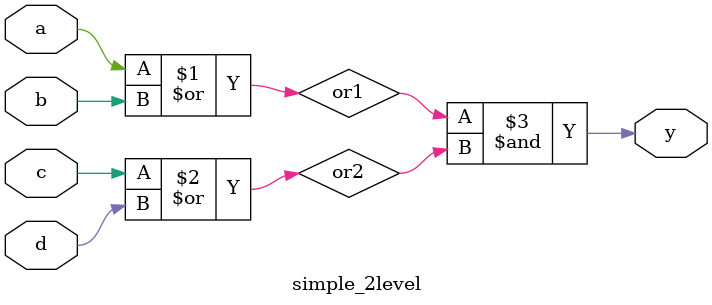
<source format=v>

module simple_2level
(
    input a,
    input b,
    input c,
    input d,
    output y
);

wire or1, or2;

assign or1 = a | b;
assign or2 = c | d;
assign y = or1 & or2;

endmodule
</source>
